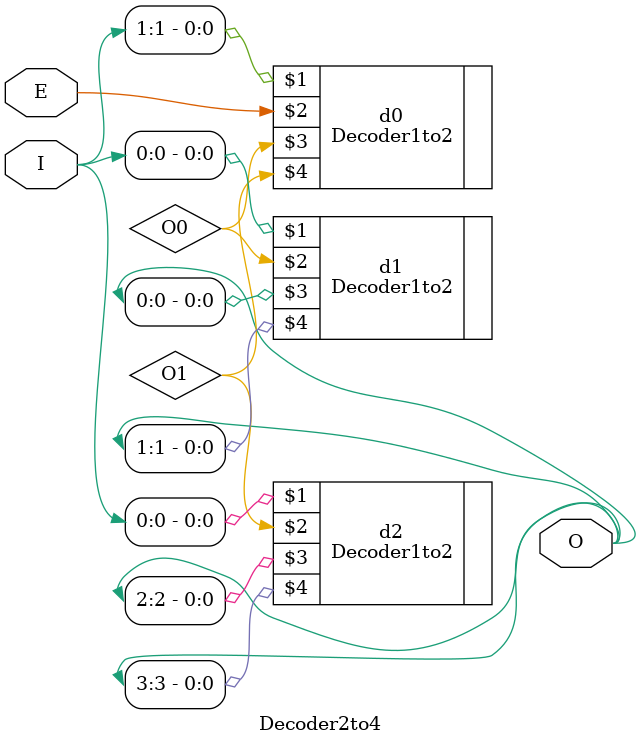
<source format=v>
module Decoder2to4(input [1:0]I,input E,output [3:0]O);

wire O0,O1;
Decoder1to2 d0(I[1],E,O0,O1);

Decoder1to2 d1(I[0],O0,O[0],O[1]);
Decoder1to2 d2(I[0],O1,O[2],O[3]);


endmodule
</source>
